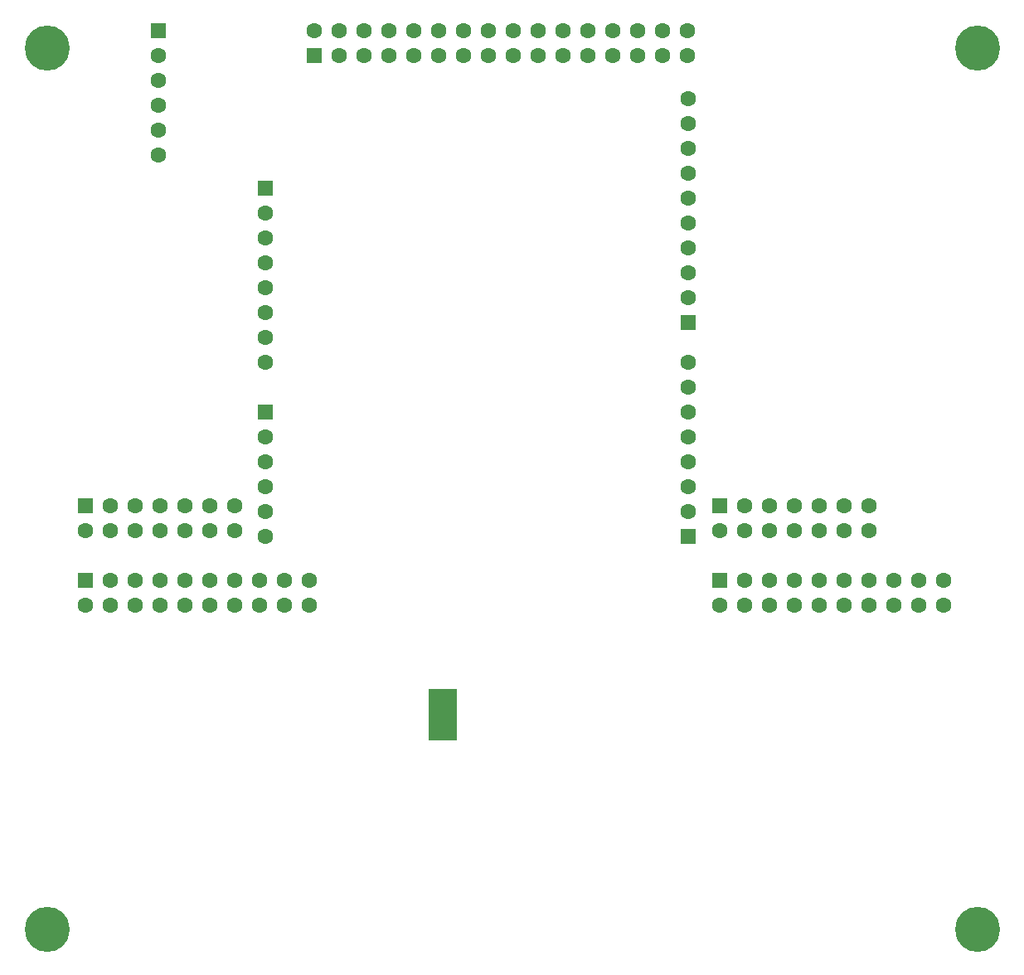
<source format=gbs>
G04*
G04 #@! TF.GenerationSoftware,Altium Limited,Altium Designer,20.2.3 (150)*
G04*
G04 Layer_Color=16711935*
%FSLAX25Y25*%
%MOIN*%
G70*
G04*
G04 #@! TF.SameCoordinates,12439D86-AE7D-45F5-80DB-552B17048F2A*
G04*
G04*
G04 #@! TF.FilePolarity,Negative*
G04*
G01*
G75*
%ADD47C,0.06299*%
%ADD48R,0.06299X0.06299*%
%ADD49C,0.06299*%
G04:AMPARAMS|DCode=50|XSize=62.99mil|YSize=62.99mil|CornerRadius=4.92mil|HoleSize=0mil|Usage=FLASHONLY|Rotation=0.000|XOffset=0mil|YOffset=0mil|HoleType=Round|Shape=RoundedRectangle|*
%AMROUNDEDRECTD50*
21,1,0.06299,0.05315,0,0,0.0*
21,1,0.05315,0.06299,0,0,0.0*
1,1,0.00984,0.02657,-0.02657*
1,1,0.00984,-0.02657,-0.02657*
1,1,0.00984,-0.02657,0.02657*
1,1,0.00984,0.02657,0.02657*
%
%ADD50ROUNDEDRECTD50*%
%ADD51R,0.06299X0.06299*%
%ADD53C,0.18110*%
%ADD70R,0.11200X0.20600*%
D47*
X289400Y395000D02*
D03*
Y385000D02*
D03*
X279400Y395000D02*
D03*
Y385000D02*
D03*
X269400Y395000D02*
D03*
Y385000D02*
D03*
X259400Y395000D02*
D03*
Y385000D02*
D03*
X249400Y395000D02*
D03*
Y385000D02*
D03*
X239400Y395000D02*
D03*
Y385000D02*
D03*
X229400Y395000D02*
D03*
Y385000D02*
D03*
X219400Y395000D02*
D03*
Y385000D02*
D03*
X209400Y395000D02*
D03*
Y385000D02*
D03*
X199400Y395000D02*
D03*
Y385000D02*
D03*
X189400Y395000D02*
D03*
Y385000D02*
D03*
X179400Y395000D02*
D03*
Y385000D02*
D03*
X169400Y395000D02*
D03*
Y385000D02*
D03*
X159400Y395000D02*
D03*
Y385000D02*
D03*
X149400Y395000D02*
D03*
Y385000D02*
D03*
X139400Y395000D02*
D03*
X119600Y261500D02*
D03*
Y271500D02*
D03*
Y281500D02*
D03*
Y291500D02*
D03*
Y301500D02*
D03*
Y311500D02*
D03*
Y321500D02*
D03*
X76600Y345000D02*
D03*
Y355000D02*
D03*
Y365000D02*
D03*
Y375000D02*
D03*
Y385000D02*
D03*
X289600Y287500D02*
D03*
Y307500D02*
D03*
Y317500D02*
D03*
Y327500D02*
D03*
Y337500D02*
D03*
Y347500D02*
D03*
Y357500D02*
D03*
Y367500D02*
D03*
Y297500D02*
D03*
Y261500D02*
D03*
Y251500D02*
D03*
Y241500D02*
D03*
Y231500D02*
D03*
Y221500D02*
D03*
Y211500D02*
D03*
Y201500D02*
D03*
X119600Y231500D02*
D03*
Y221500D02*
D03*
Y211500D02*
D03*
Y201500D02*
D03*
Y191500D02*
D03*
D48*
X139400Y385000D02*
D03*
D49*
X362100Y194000D02*
D03*
Y204000D02*
D03*
X352100Y194000D02*
D03*
Y204000D02*
D03*
X342100Y194000D02*
D03*
Y204000D02*
D03*
X332100Y194000D02*
D03*
Y204000D02*
D03*
X322100Y194000D02*
D03*
Y204000D02*
D03*
X312100Y194000D02*
D03*
Y204000D02*
D03*
X302100Y194000D02*
D03*
Y164000D02*
D03*
X312100Y174000D02*
D03*
Y164000D02*
D03*
X322100Y174000D02*
D03*
Y164000D02*
D03*
X332100Y174000D02*
D03*
Y164000D02*
D03*
X342100Y174000D02*
D03*
Y164000D02*
D03*
X352100Y174000D02*
D03*
Y164000D02*
D03*
X362100Y174000D02*
D03*
Y164000D02*
D03*
X372100Y174000D02*
D03*
Y164000D02*
D03*
X382100Y174000D02*
D03*
Y164000D02*
D03*
X392100Y174000D02*
D03*
Y164000D02*
D03*
X107100Y194000D02*
D03*
Y204000D02*
D03*
X97100Y194000D02*
D03*
Y204000D02*
D03*
X87100Y194000D02*
D03*
Y204000D02*
D03*
X77100Y194000D02*
D03*
Y204000D02*
D03*
X67100Y194000D02*
D03*
Y204000D02*
D03*
X57100Y194000D02*
D03*
Y204000D02*
D03*
X47100Y194000D02*
D03*
Y164000D02*
D03*
X57100Y174000D02*
D03*
Y164000D02*
D03*
X67100Y174000D02*
D03*
Y164000D02*
D03*
X77100Y174000D02*
D03*
Y164000D02*
D03*
X87100Y174000D02*
D03*
Y164000D02*
D03*
X97100Y174000D02*
D03*
Y164000D02*
D03*
X107100Y174000D02*
D03*
Y164000D02*
D03*
X117100Y174000D02*
D03*
Y164000D02*
D03*
X127100Y174000D02*
D03*
Y164000D02*
D03*
X137100Y174000D02*
D03*
Y164000D02*
D03*
D50*
X302100Y204000D02*
D03*
Y174000D02*
D03*
X47100Y204000D02*
D03*
Y174000D02*
D03*
D51*
X119600Y331500D02*
D03*
X76600Y395000D02*
D03*
X289600Y277500D02*
D03*
Y191500D02*
D03*
X119600Y241500D02*
D03*
D53*
X31785Y388016D02*
D03*
X405915D02*
D03*
Y33685D02*
D03*
X31785D02*
D03*
D70*
X190900Y119900D02*
D03*
M02*

</source>
